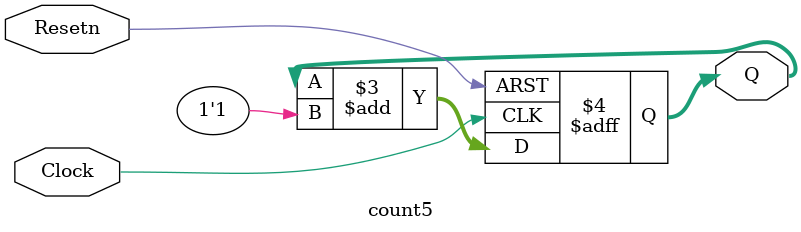
<source format=v>
module part2 (KEY, SW, LEDR);
    input [1:0] KEY;
    input [9:0] SW;
    output [9:0] LEDR;	

    wire Done, Resetn, PClock, MClock, Run;
    wire [15:0] DIN;
    wire [4:0] pc;

    assign Resetn = SW[0];
    assign MClock = KEY[0];
    assign PClock = KEY[1];
    assign Run = SW[9];

    proc U1 (DIN, Resetn, PClock, Run, Done);
    assign LEDR[0] = Done;
    assign LEDR[9] = Run;

    inst_mem U2 (pc, MClock, DIN);
    count5 U3 (Resetn, MClock, pc);
endmodule

module count5 (Resetn, Clock, Q);
    input Resetn, Clock;
    output reg [4:0] Q;

    always @ (posedge Clock, negedge Resetn)
        if (Resetn == 0)
            Q <= 5'b00000;
        else
            Q <= Q + 1'b1;
 endmodule

</source>
